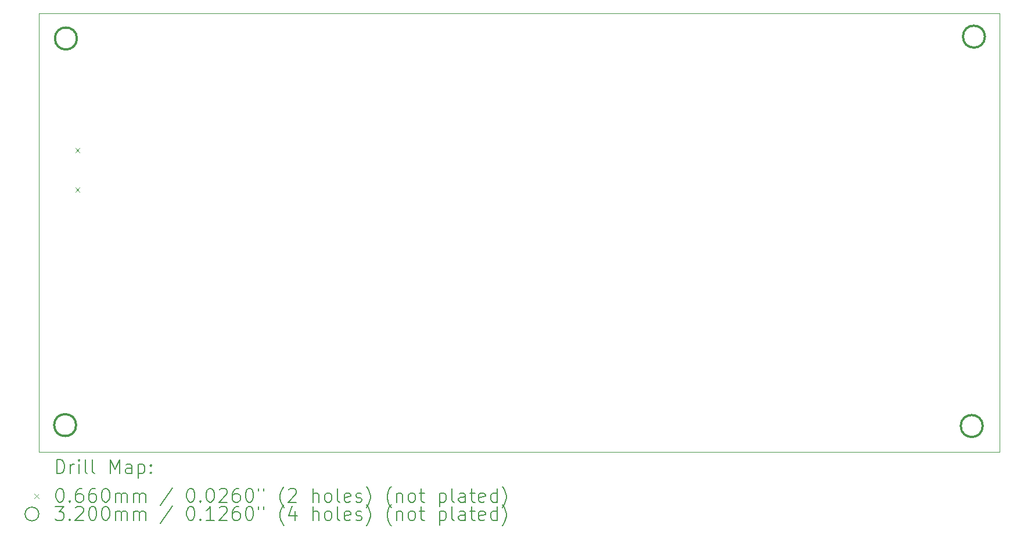
<source format=gbr>
%TF.GenerationSoftware,KiCad,Pcbnew,8.0.6*%
%TF.CreationDate,2025-02-07T02:34:47-05:00*%
%TF.ProjectId,SCAN,5343414e-2e6b-4696-9361-645f70636258,v1.0*%
%TF.SameCoordinates,Original*%
%TF.FileFunction,Drillmap*%
%TF.FilePolarity,Positive*%
%FSLAX45Y45*%
G04 Gerber Fmt 4.5, Leading zero omitted, Abs format (unit mm)*
G04 Created by KiCad (PCBNEW 8.0.6) date 2025-02-07 02:34:47*
%MOMM*%
%LPD*%
G01*
G04 APERTURE LIST*
%ADD10C,0.100000*%
%ADD11C,0.200000*%
%ADD12C,0.320000*%
G04 APERTURE END LIST*
D10*
X5700000Y-6800000D02*
X19700000Y-6800000D01*
X19700000Y-13200000D01*
X5700000Y-13200000D01*
X5700000Y-6800000D01*
D11*
D10*
X6227480Y-8766980D02*
X6293520Y-8833020D01*
X6293520Y-8766980D02*
X6227480Y-8833020D01*
X6227480Y-9344980D02*
X6293520Y-9411020D01*
X6293520Y-9344980D02*
X6227480Y-9411020D01*
D12*
X6239000Y-12812000D02*
G75*
G02*
X5919000Y-12812000I-160000J0D01*
G01*
X5919000Y-12812000D02*
G75*
G02*
X6239000Y-12812000I160000J0D01*
G01*
X6250000Y-7170000D02*
G75*
G02*
X5930000Y-7170000I-160000J0D01*
G01*
X5930000Y-7170000D02*
G75*
G02*
X6250000Y-7170000I160000J0D01*
G01*
X19454000Y-12825000D02*
G75*
G02*
X19134000Y-12825000I-160000J0D01*
G01*
X19134000Y-12825000D02*
G75*
G02*
X19454000Y-12825000I160000J0D01*
G01*
X19486000Y-7143000D02*
G75*
G02*
X19166000Y-7143000I-160000J0D01*
G01*
X19166000Y-7143000D02*
G75*
G02*
X19486000Y-7143000I160000J0D01*
G01*
D11*
X5955777Y-13516484D02*
X5955777Y-13316484D01*
X5955777Y-13316484D02*
X6003396Y-13316484D01*
X6003396Y-13316484D02*
X6031967Y-13326008D01*
X6031967Y-13326008D02*
X6051015Y-13345055D01*
X6051015Y-13345055D02*
X6060539Y-13364103D01*
X6060539Y-13364103D02*
X6070062Y-13402198D01*
X6070062Y-13402198D02*
X6070062Y-13430769D01*
X6070062Y-13430769D02*
X6060539Y-13468865D01*
X6060539Y-13468865D02*
X6051015Y-13487912D01*
X6051015Y-13487912D02*
X6031967Y-13506960D01*
X6031967Y-13506960D02*
X6003396Y-13516484D01*
X6003396Y-13516484D02*
X5955777Y-13516484D01*
X6155777Y-13516484D02*
X6155777Y-13383150D01*
X6155777Y-13421246D02*
X6165301Y-13402198D01*
X6165301Y-13402198D02*
X6174824Y-13392674D01*
X6174824Y-13392674D02*
X6193872Y-13383150D01*
X6193872Y-13383150D02*
X6212920Y-13383150D01*
X6279586Y-13516484D02*
X6279586Y-13383150D01*
X6279586Y-13316484D02*
X6270062Y-13326008D01*
X6270062Y-13326008D02*
X6279586Y-13335531D01*
X6279586Y-13335531D02*
X6289110Y-13326008D01*
X6289110Y-13326008D02*
X6279586Y-13316484D01*
X6279586Y-13316484D02*
X6279586Y-13335531D01*
X6403396Y-13516484D02*
X6384348Y-13506960D01*
X6384348Y-13506960D02*
X6374824Y-13487912D01*
X6374824Y-13487912D02*
X6374824Y-13316484D01*
X6508158Y-13516484D02*
X6489110Y-13506960D01*
X6489110Y-13506960D02*
X6479586Y-13487912D01*
X6479586Y-13487912D02*
X6479586Y-13316484D01*
X6736729Y-13516484D02*
X6736729Y-13316484D01*
X6736729Y-13316484D02*
X6803396Y-13459341D01*
X6803396Y-13459341D02*
X6870062Y-13316484D01*
X6870062Y-13316484D02*
X6870062Y-13516484D01*
X7051015Y-13516484D02*
X7051015Y-13411722D01*
X7051015Y-13411722D02*
X7041491Y-13392674D01*
X7041491Y-13392674D02*
X7022443Y-13383150D01*
X7022443Y-13383150D02*
X6984348Y-13383150D01*
X6984348Y-13383150D02*
X6965301Y-13392674D01*
X7051015Y-13506960D02*
X7031967Y-13516484D01*
X7031967Y-13516484D02*
X6984348Y-13516484D01*
X6984348Y-13516484D02*
X6965301Y-13506960D01*
X6965301Y-13506960D02*
X6955777Y-13487912D01*
X6955777Y-13487912D02*
X6955777Y-13468865D01*
X6955777Y-13468865D02*
X6965301Y-13449817D01*
X6965301Y-13449817D02*
X6984348Y-13440293D01*
X6984348Y-13440293D02*
X7031967Y-13440293D01*
X7031967Y-13440293D02*
X7051015Y-13430769D01*
X7146253Y-13383150D02*
X7146253Y-13583150D01*
X7146253Y-13392674D02*
X7165301Y-13383150D01*
X7165301Y-13383150D02*
X7203396Y-13383150D01*
X7203396Y-13383150D02*
X7222443Y-13392674D01*
X7222443Y-13392674D02*
X7231967Y-13402198D01*
X7231967Y-13402198D02*
X7241491Y-13421246D01*
X7241491Y-13421246D02*
X7241491Y-13478388D01*
X7241491Y-13478388D02*
X7231967Y-13497436D01*
X7231967Y-13497436D02*
X7222443Y-13506960D01*
X7222443Y-13506960D02*
X7203396Y-13516484D01*
X7203396Y-13516484D02*
X7165301Y-13516484D01*
X7165301Y-13516484D02*
X7146253Y-13506960D01*
X7327205Y-13497436D02*
X7336729Y-13506960D01*
X7336729Y-13506960D02*
X7327205Y-13516484D01*
X7327205Y-13516484D02*
X7317682Y-13506960D01*
X7317682Y-13506960D02*
X7327205Y-13497436D01*
X7327205Y-13497436D02*
X7327205Y-13516484D01*
X7327205Y-13392674D02*
X7336729Y-13402198D01*
X7336729Y-13402198D02*
X7327205Y-13411722D01*
X7327205Y-13411722D02*
X7317682Y-13402198D01*
X7317682Y-13402198D02*
X7327205Y-13392674D01*
X7327205Y-13392674D02*
X7327205Y-13411722D01*
D10*
X5628960Y-13811980D02*
X5695000Y-13878020D01*
X5695000Y-13811980D02*
X5628960Y-13878020D01*
D11*
X5993872Y-13736484D02*
X6012920Y-13736484D01*
X6012920Y-13736484D02*
X6031967Y-13746008D01*
X6031967Y-13746008D02*
X6041491Y-13755531D01*
X6041491Y-13755531D02*
X6051015Y-13774579D01*
X6051015Y-13774579D02*
X6060539Y-13812674D01*
X6060539Y-13812674D02*
X6060539Y-13860293D01*
X6060539Y-13860293D02*
X6051015Y-13898388D01*
X6051015Y-13898388D02*
X6041491Y-13917436D01*
X6041491Y-13917436D02*
X6031967Y-13926960D01*
X6031967Y-13926960D02*
X6012920Y-13936484D01*
X6012920Y-13936484D02*
X5993872Y-13936484D01*
X5993872Y-13936484D02*
X5974824Y-13926960D01*
X5974824Y-13926960D02*
X5965301Y-13917436D01*
X5965301Y-13917436D02*
X5955777Y-13898388D01*
X5955777Y-13898388D02*
X5946253Y-13860293D01*
X5946253Y-13860293D02*
X5946253Y-13812674D01*
X5946253Y-13812674D02*
X5955777Y-13774579D01*
X5955777Y-13774579D02*
X5965301Y-13755531D01*
X5965301Y-13755531D02*
X5974824Y-13746008D01*
X5974824Y-13746008D02*
X5993872Y-13736484D01*
X6146253Y-13917436D02*
X6155777Y-13926960D01*
X6155777Y-13926960D02*
X6146253Y-13936484D01*
X6146253Y-13936484D02*
X6136729Y-13926960D01*
X6136729Y-13926960D02*
X6146253Y-13917436D01*
X6146253Y-13917436D02*
X6146253Y-13936484D01*
X6327205Y-13736484D02*
X6289110Y-13736484D01*
X6289110Y-13736484D02*
X6270062Y-13746008D01*
X6270062Y-13746008D02*
X6260539Y-13755531D01*
X6260539Y-13755531D02*
X6241491Y-13784103D01*
X6241491Y-13784103D02*
X6231967Y-13822198D01*
X6231967Y-13822198D02*
X6231967Y-13898388D01*
X6231967Y-13898388D02*
X6241491Y-13917436D01*
X6241491Y-13917436D02*
X6251015Y-13926960D01*
X6251015Y-13926960D02*
X6270062Y-13936484D01*
X6270062Y-13936484D02*
X6308158Y-13936484D01*
X6308158Y-13936484D02*
X6327205Y-13926960D01*
X6327205Y-13926960D02*
X6336729Y-13917436D01*
X6336729Y-13917436D02*
X6346253Y-13898388D01*
X6346253Y-13898388D02*
X6346253Y-13850769D01*
X6346253Y-13850769D02*
X6336729Y-13831722D01*
X6336729Y-13831722D02*
X6327205Y-13822198D01*
X6327205Y-13822198D02*
X6308158Y-13812674D01*
X6308158Y-13812674D02*
X6270062Y-13812674D01*
X6270062Y-13812674D02*
X6251015Y-13822198D01*
X6251015Y-13822198D02*
X6241491Y-13831722D01*
X6241491Y-13831722D02*
X6231967Y-13850769D01*
X6517682Y-13736484D02*
X6479586Y-13736484D01*
X6479586Y-13736484D02*
X6460539Y-13746008D01*
X6460539Y-13746008D02*
X6451015Y-13755531D01*
X6451015Y-13755531D02*
X6431967Y-13784103D01*
X6431967Y-13784103D02*
X6422443Y-13822198D01*
X6422443Y-13822198D02*
X6422443Y-13898388D01*
X6422443Y-13898388D02*
X6431967Y-13917436D01*
X6431967Y-13917436D02*
X6441491Y-13926960D01*
X6441491Y-13926960D02*
X6460539Y-13936484D01*
X6460539Y-13936484D02*
X6498634Y-13936484D01*
X6498634Y-13936484D02*
X6517682Y-13926960D01*
X6517682Y-13926960D02*
X6527205Y-13917436D01*
X6527205Y-13917436D02*
X6536729Y-13898388D01*
X6536729Y-13898388D02*
X6536729Y-13850769D01*
X6536729Y-13850769D02*
X6527205Y-13831722D01*
X6527205Y-13831722D02*
X6517682Y-13822198D01*
X6517682Y-13822198D02*
X6498634Y-13812674D01*
X6498634Y-13812674D02*
X6460539Y-13812674D01*
X6460539Y-13812674D02*
X6441491Y-13822198D01*
X6441491Y-13822198D02*
X6431967Y-13831722D01*
X6431967Y-13831722D02*
X6422443Y-13850769D01*
X6660539Y-13736484D02*
X6679586Y-13736484D01*
X6679586Y-13736484D02*
X6698634Y-13746008D01*
X6698634Y-13746008D02*
X6708158Y-13755531D01*
X6708158Y-13755531D02*
X6717682Y-13774579D01*
X6717682Y-13774579D02*
X6727205Y-13812674D01*
X6727205Y-13812674D02*
X6727205Y-13860293D01*
X6727205Y-13860293D02*
X6717682Y-13898388D01*
X6717682Y-13898388D02*
X6708158Y-13917436D01*
X6708158Y-13917436D02*
X6698634Y-13926960D01*
X6698634Y-13926960D02*
X6679586Y-13936484D01*
X6679586Y-13936484D02*
X6660539Y-13936484D01*
X6660539Y-13936484D02*
X6641491Y-13926960D01*
X6641491Y-13926960D02*
X6631967Y-13917436D01*
X6631967Y-13917436D02*
X6622443Y-13898388D01*
X6622443Y-13898388D02*
X6612920Y-13860293D01*
X6612920Y-13860293D02*
X6612920Y-13812674D01*
X6612920Y-13812674D02*
X6622443Y-13774579D01*
X6622443Y-13774579D02*
X6631967Y-13755531D01*
X6631967Y-13755531D02*
X6641491Y-13746008D01*
X6641491Y-13746008D02*
X6660539Y-13736484D01*
X6812920Y-13936484D02*
X6812920Y-13803150D01*
X6812920Y-13822198D02*
X6822443Y-13812674D01*
X6822443Y-13812674D02*
X6841491Y-13803150D01*
X6841491Y-13803150D02*
X6870063Y-13803150D01*
X6870063Y-13803150D02*
X6889110Y-13812674D01*
X6889110Y-13812674D02*
X6898634Y-13831722D01*
X6898634Y-13831722D02*
X6898634Y-13936484D01*
X6898634Y-13831722D02*
X6908158Y-13812674D01*
X6908158Y-13812674D02*
X6927205Y-13803150D01*
X6927205Y-13803150D02*
X6955777Y-13803150D01*
X6955777Y-13803150D02*
X6974824Y-13812674D01*
X6974824Y-13812674D02*
X6984348Y-13831722D01*
X6984348Y-13831722D02*
X6984348Y-13936484D01*
X7079586Y-13936484D02*
X7079586Y-13803150D01*
X7079586Y-13822198D02*
X7089110Y-13812674D01*
X7089110Y-13812674D02*
X7108158Y-13803150D01*
X7108158Y-13803150D02*
X7136729Y-13803150D01*
X7136729Y-13803150D02*
X7155777Y-13812674D01*
X7155777Y-13812674D02*
X7165301Y-13831722D01*
X7165301Y-13831722D02*
X7165301Y-13936484D01*
X7165301Y-13831722D02*
X7174824Y-13812674D01*
X7174824Y-13812674D02*
X7193872Y-13803150D01*
X7193872Y-13803150D02*
X7222443Y-13803150D01*
X7222443Y-13803150D02*
X7241491Y-13812674D01*
X7241491Y-13812674D02*
X7251015Y-13831722D01*
X7251015Y-13831722D02*
X7251015Y-13936484D01*
X7641491Y-13726960D02*
X7470063Y-13984103D01*
X7898634Y-13736484D02*
X7917682Y-13736484D01*
X7917682Y-13736484D02*
X7936729Y-13746008D01*
X7936729Y-13746008D02*
X7946253Y-13755531D01*
X7946253Y-13755531D02*
X7955777Y-13774579D01*
X7955777Y-13774579D02*
X7965301Y-13812674D01*
X7965301Y-13812674D02*
X7965301Y-13860293D01*
X7965301Y-13860293D02*
X7955777Y-13898388D01*
X7955777Y-13898388D02*
X7946253Y-13917436D01*
X7946253Y-13917436D02*
X7936729Y-13926960D01*
X7936729Y-13926960D02*
X7917682Y-13936484D01*
X7917682Y-13936484D02*
X7898634Y-13936484D01*
X7898634Y-13936484D02*
X7879586Y-13926960D01*
X7879586Y-13926960D02*
X7870063Y-13917436D01*
X7870063Y-13917436D02*
X7860539Y-13898388D01*
X7860539Y-13898388D02*
X7851015Y-13860293D01*
X7851015Y-13860293D02*
X7851015Y-13812674D01*
X7851015Y-13812674D02*
X7860539Y-13774579D01*
X7860539Y-13774579D02*
X7870063Y-13755531D01*
X7870063Y-13755531D02*
X7879586Y-13746008D01*
X7879586Y-13746008D02*
X7898634Y-13736484D01*
X8051015Y-13917436D02*
X8060539Y-13926960D01*
X8060539Y-13926960D02*
X8051015Y-13936484D01*
X8051015Y-13936484D02*
X8041491Y-13926960D01*
X8041491Y-13926960D02*
X8051015Y-13917436D01*
X8051015Y-13917436D02*
X8051015Y-13936484D01*
X8184348Y-13736484D02*
X8203396Y-13736484D01*
X8203396Y-13736484D02*
X8222444Y-13746008D01*
X8222444Y-13746008D02*
X8231967Y-13755531D01*
X8231967Y-13755531D02*
X8241491Y-13774579D01*
X8241491Y-13774579D02*
X8251015Y-13812674D01*
X8251015Y-13812674D02*
X8251015Y-13860293D01*
X8251015Y-13860293D02*
X8241491Y-13898388D01*
X8241491Y-13898388D02*
X8231967Y-13917436D01*
X8231967Y-13917436D02*
X8222444Y-13926960D01*
X8222444Y-13926960D02*
X8203396Y-13936484D01*
X8203396Y-13936484D02*
X8184348Y-13936484D01*
X8184348Y-13936484D02*
X8165301Y-13926960D01*
X8165301Y-13926960D02*
X8155777Y-13917436D01*
X8155777Y-13917436D02*
X8146253Y-13898388D01*
X8146253Y-13898388D02*
X8136729Y-13860293D01*
X8136729Y-13860293D02*
X8136729Y-13812674D01*
X8136729Y-13812674D02*
X8146253Y-13774579D01*
X8146253Y-13774579D02*
X8155777Y-13755531D01*
X8155777Y-13755531D02*
X8165301Y-13746008D01*
X8165301Y-13746008D02*
X8184348Y-13736484D01*
X8327206Y-13755531D02*
X8336729Y-13746008D01*
X8336729Y-13746008D02*
X8355777Y-13736484D01*
X8355777Y-13736484D02*
X8403396Y-13736484D01*
X8403396Y-13736484D02*
X8422444Y-13746008D01*
X8422444Y-13746008D02*
X8431968Y-13755531D01*
X8431968Y-13755531D02*
X8441491Y-13774579D01*
X8441491Y-13774579D02*
X8441491Y-13793627D01*
X8441491Y-13793627D02*
X8431968Y-13822198D01*
X8431968Y-13822198D02*
X8317682Y-13936484D01*
X8317682Y-13936484D02*
X8441491Y-13936484D01*
X8612920Y-13736484D02*
X8574825Y-13736484D01*
X8574825Y-13736484D02*
X8555777Y-13746008D01*
X8555777Y-13746008D02*
X8546253Y-13755531D01*
X8546253Y-13755531D02*
X8527206Y-13784103D01*
X8527206Y-13784103D02*
X8517682Y-13822198D01*
X8517682Y-13822198D02*
X8517682Y-13898388D01*
X8517682Y-13898388D02*
X8527206Y-13917436D01*
X8527206Y-13917436D02*
X8536729Y-13926960D01*
X8536729Y-13926960D02*
X8555777Y-13936484D01*
X8555777Y-13936484D02*
X8593872Y-13936484D01*
X8593872Y-13936484D02*
X8612920Y-13926960D01*
X8612920Y-13926960D02*
X8622444Y-13917436D01*
X8622444Y-13917436D02*
X8631968Y-13898388D01*
X8631968Y-13898388D02*
X8631968Y-13850769D01*
X8631968Y-13850769D02*
X8622444Y-13831722D01*
X8622444Y-13831722D02*
X8612920Y-13822198D01*
X8612920Y-13822198D02*
X8593872Y-13812674D01*
X8593872Y-13812674D02*
X8555777Y-13812674D01*
X8555777Y-13812674D02*
X8536729Y-13822198D01*
X8536729Y-13822198D02*
X8527206Y-13831722D01*
X8527206Y-13831722D02*
X8517682Y-13850769D01*
X8755777Y-13736484D02*
X8774825Y-13736484D01*
X8774825Y-13736484D02*
X8793872Y-13746008D01*
X8793872Y-13746008D02*
X8803396Y-13755531D01*
X8803396Y-13755531D02*
X8812920Y-13774579D01*
X8812920Y-13774579D02*
X8822444Y-13812674D01*
X8822444Y-13812674D02*
X8822444Y-13860293D01*
X8822444Y-13860293D02*
X8812920Y-13898388D01*
X8812920Y-13898388D02*
X8803396Y-13917436D01*
X8803396Y-13917436D02*
X8793872Y-13926960D01*
X8793872Y-13926960D02*
X8774825Y-13936484D01*
X8774825Y-13936484D02*
X8755777Y-13936484D01*
X8755777Y-13936484D02*
X8736729Y-13926960D01*
X8736729Y-13926960D02*
X8727206Y-13917436D01*
X8727206Y-13917436D02*
X8717682Y-13898388D01*
X8717682Y-13898388D02*
X8708158Y-13860293D01*
X8708158Y-13860293D02*
X8708158Y-13812674D01*
X8708158Y-13812674D02*
X8717682Y-13774579D01*
X8717682Y-13774579D02*
X8727206Y-13755531D01*
X8727206Y-13755531D02*
X8736729Y-13746008D01*
X8736729Y-13746008D02*
X8755777Y-13736484D01*
X8898634Y-13736484D02*
X8898634Y-13774579D01*
X8974825Y-13736484D02*
X8974825Y-13774579D01*
X9270063Y-14012674D02*
X9260539Y-14003150D01*
X9260539Y-14003150D02*
X9241491Y-13974579D01*
X9241491Y-13974579D02*
X9231968Y-13955531D01*
X9231968Y-13955531D02*
X9222444Y-13926960D01*
X9222444Y-13926960D02*
X9212920Y-13879341D01*
X9212920Y-13879341D02*
X9212920Y-13841246D01*
X9212920Y-13841246D02*
X9222444Y-13793627D01*
X9222444Y-13793627D02*
X9231968Y-13765055D01*
X9231968Y-13765055D02*
X9241491Y-13746008D01*
X9241491Y-13746008D02*
X9260539Y-13717436D01*
X9260539Y-13717436D02*
X9270063Y-13707912D01*
X9336730Y-13755531D02*
X9346253Y-13746008D01*
X9346253Y-13746008D02*
X9365301Y-13736484D01*
X9365301Y-13736484D02*
X9412920Y-13736484D01*
X9412920Y-13736484D02*
X9431968Y-13746008D01*
X9431968Y-13746008D02*
X9441491Y-13755531D01*
X9441491Y-13755531D02*
X9451015Y-13774579D01*
X9451015Y-13774579D02*
X9451015Y-13793627D01*
X9451015Y-13793627D02*
X9441491Y-13822198D01*
X9441491Y-13822198D02*
X9327206Y-13936484D01*
X9327206Y-13936484D02*
X9451015Y-13936484D01*
X9689111Y-13936484D02*
X9689111Y-13736484D01*
X9774825Y-13936484D02*
X9774825Y-13831722D01*
X9774825Y-13831722D02*
X9765301Y-13812674D01*
X9765301Y-13812674D02*
X9746253Y-13803150D01*
X9746253Y-13803150D02*
X9717682Y-13803150D01*
X9717682Y-13803150D02*
X9698634Y-13812674D01*
X9698634Y-13812674D02*
X9689111Y-13822198D01*
X9898634Y-13936484D02*
X9879587Y-13926960D01*
X9879587Y-13926960D02*
X9870063Y-13917436D01*
X9870063Y-13917436D02*
X9860539Y-13898388D01*
X9860539Y-13898388D02*
X9860539Y-13841246D01*
X9860539Y-13841246D02*
X9870063Y-13822198D01*
X9870063Y-13822198D02*
X9879587Y-13812674D01*
X9879587Y-13812674D02*
X9898634Y-13803150D01*
X9898634Y-13803150D02*
X9927206Y-13803150D01*
X9927206Y-13803150D02*
X9946253Y-13812674D01*
X9946253Y-13812674D02*
X9955777Y-13822198D01*
X9955777Y-13822198D02*
X9965301Y-13841246D01*
X9965301Y-13841246D02*
X9965301Y-13898388D01*
X9965301Y-13898388D02*
X9955777Y-13917436D01*
X9955777Y-13917436D02*
X9946253Y-13926960D01*
X9946253Y-13926960D02*
X9927206Y-13936484D01*
X9927206Y-13936484D02*
X9898634Y-13936484D01*
X10079587Y-13936484D02*
X10060539Y-13926960D01*
X10060539Y-13926960D02*
X10051015Y-13907912D01*
X10051015Y-13907912D02*
X10051015Y-13736484D01*
X10231968Y-13926960D02*
X10212920Y-13936484D01*
X10212920Y-13936484D02*
X10174825Y-13936484D01*
X10174825Y-13936484D02*
X10155777Y-13926960D01*
X10155777Y-13926960D02*
X10146253Y-13907912D01*
X10146253Y-13907912D02*
X10146253Y-13831722D01*
X10146253Y-13831722D02*
X10155777Y-13812674D01*
X10155777Y-13812674D02*
X10174825Y-13803150D01*
X10174825Y-13803150D02*
X10212920Y-13803150D01*
X10212920Y-13803150D02*
X10231968Y-13812674D01*
X10231968Y-13812674D02*
X10241492Y-13831722D01*
X10241492Y-13831722D02*
X10241492Y-13850769D01*
X10241492Y-13850769D02*
X10146253Y-13869817D01*
X10317682Y-13926960D02*
X10336730Y-13936484D01*
X10336730Y-13936484D02*
X10374825Y-13936484D01*
X10374825Y-13936484D02*
X10393873Y-13926960D01*
X10393873Y-13926960D02*
X10403396Y-13907912D01*
X10403396Y-13907912D02*
X10403396Y-13898388D01*
X10403396Y-13898388D02*
X10393873Y-13879341D01*
X10393873Y-13879341D02*
X10374825Y-13869817D01*
X10374825Y-13869817D02*
X10346253Y-13869817D01*
X10346253Y-13869817D02*
X10327206Y-13860293D01*
X10327206Y-13860293D02*
X10317682Y-13841246D01*
X10317682Y-13841246D02*
X10317682Y-13831722D01*
X10317682Y-13831722D02*
X10327206Y-13812674D01*
X10327206Y-13812674D02*
X10346253Y-13803150D01*
X10346253Y-13803150D02*
X10374825Y-13803150D01*
X10374825Y-13803150D02*
X10393873Y-13812674D01*
X10470063Y-14012674D02*
X10479587Y-14003150D01*
X10479587Y-14003150D02*
X10498634Y-13974579D01*
X10498634Y-13974579D02*
X10508158Y-13955531D01*
X10508158Y-13955531D02*
X10517682Y-13926960D01*
X10517682Y-13926960D02*
X10527206Y-13879341D01*
X10527206Y-13879341D02*
X10527206Y-13841246D01*
X10527206Y-13841246D02*
X10517682Y-13793627D01*
X10517682Y-13793627D02*
X10508158Y-13765055D01*
X10508158Y-13765055D02*
X10498634Y-13746008D01*
X10498634Y-13746008D02*
X10479587Y-13717436D01*
X10479587Y-13717436D02*
X10470063Y-13707912D01*
X10831968Y-14012674D02*
X10822444Y-14003150D01*
X10822444Y-14003150D02*
X10803396Y-13974579D01*
X10803396Y-13974579D02*
X10793873Y-13955531D01*
X10793873Y-13955531D02*
X10784349Y-13926960D01*
X10784349Y-13926960D02*
X10774825Y-13879341D01*
X10774825Y-13879341D02*
X10774825Y-13841246D01*
X10774825Y-13841246D02*
X10784349Y-13793627D01*
X10784349Y-13793627D02*
X10793873Y-13765055D01*
X10793873Y-13765055D02*
X10803396Y-13746008D01*
X10803396Y-13746008D02*
X10822444Y-13717436D01*
X10822444Y-13717436D02*
X10831968Y-13707912D01*
X10908158Y-13803150D02*
X10908158Y-13936484D01*
X10908158Y-13822198D02*
X10917682Y-13812674D01*
X10917682Y-13812674D02*
X10936730Y-13803150D01*
X10936730Y-13803150D02*
X10965301Y-13803150D01*
X10965301Y-13803150D02*
X10984349Y-13812674D01*
X10984349Y-13812674D02*
X10993873Y-13831722D01*
X10993873Y-13831722D02*
X10993873Y-13936484D01*
X11117682Y-13936484D02*
X11098634Y-13926960D01*
X11098634Y-13926960D02*
X11089111Y-13917436D01*
X11089111Y-13917436D02*
X11079587Y-13898388D01*
X11079587Y-13898388D02*
X11079587Y-13841246D01*
X11079587Y-13841246D02*
X11089111Y-13822198D01*
X11089111Y-13822198D02*
X11098634Y-13812674D01*
X11098634Y-13812674D02*
X11117682Y-13803150D01*
X11117682Y-13803150D02*
X11146254Y-13803150D01*
X11146254Y-13803150D02*
X11165301Y-13812674D01*
X11165301Y-13812674D02*
X11174825Y-13822198D01*
X11174825Y-13822198D02*
X11184349Y-13841246D01*
X11184349Y-13841246D02*
X11184349Y-13898388D01*
X11184349Y-13898388D02*
X11174825Y-13917436D01*
X11174825Y-13917436D02*
X11165301Y-13926960D01*
X11165301Y-13926960D02*
X11146254Y-13936484D01*
X11146254Y-13936484D02*
X11117682Y-13936484D01*
X11241492Y-13803150D02*
X11317682Y-13803150D01*
X11270063Y-13736484D02*
X11270063Y-13907912D01*
X11270063Y-13907912D02*
X11279587Y-13926960D01*
X11279587Y-13926960D02*
X11298634Y-13936484D01*
X11298634Y-13936484D02*
X11317682Y-13936484D01*
X11536730Y-13803150D02*
X11536730Y-14003150D01*
X11536730Y-13812674D02*
X11555777Y-13803150D01*
X11555777Y-13803150D02*
X11593873Y-13803150D01*
X11593873Y-13803150D02*
X11612920Y-13812674D01*
X11612920Y-13812674D02*
X11622444Y-13822198D01*
X11622444Y-13822198D02*
X11631968Y-13841246D01*
X11631968Y-13841246D02*
X11631968Y-13898388D01*
X11631968Y-13898388D02*
X11622444Y-13917436D01*
X11622444Y-13917436D02*
X11612920Y-13926960D01*
X11612920Y-13926960D02*
X11593873Y-13936484D01*
X11593873Y-13936484D02*
X11555777Y-13936484D01*
X11555777Y-13936484D02*
X11536730Y-13926960D01*
X11746253Y-13936484D02*
X11727206Y-13926960D01*
X11727206Y-13926960D02*
X11717682Y-13907912D01*
X11717682Y-13907912D02*
X11717682Y-13736484D01*
X11908158Y-13936484D02*
X11908158Y-13831722D01*
X11908158Y-13831722D02*
X11898634Y-13812674D01*
X11898634Y-13812674D02*
X11879587Y-13803150D01*
X11879587Y-13803150D02*
X11841492Y-13803150D01*
X11841492Y-13803150D02*
X11822444Y-13812674D01*
X11908158Y-13926960D02*
X11889111Y-13936484D01*
X11889111Y-13936484D02*
X11841492Y-13936484D01*
X11841492Y-13936484D02*
X11822444Y-13926960D01*
X11822444Y-13926960D02*
X11812920Y-13907912D01*
X11812920Y-13907912D02*
X11812920Y-13888865D01*
X11812920Y-13888865D02*
X11822444Y-13869817D01*
X11822444Y-13869817D02*
X11841492Y-13860293D01*
X11841492Y-13860293D02*
X11889111Y-13860293D01*
X11889111Y-13860293D02*
X11908158Y-13850769D01*
X11974825Y-13803150D02*
X12051015Y-13803150D01*
X12003396Y-13736484D02*
X12003396Y-13907912D01*
X12003396Y-13907912D02*
X12012920Y-13926960D01*
X12012920Y-13926960D02*
X12031968Y-13936484D01*
X12031968Y-13936484D02*
X12051015Y-13936484D01*
X12193873Y-13926960D02*
X12174825Y-13936484D01*
X12174825Y-13936484D02*
X12136730Y-13936484D01*
X12136730Y-13936484D02*
X12117682Y-13926960D01*
X12117682Y-13926960D02*
X12108158Y-13907912D01*
X12108158Y-13907912D02*
X12108158Y-13831722D01*
X12108158Y-13831722D02*
X12117682Y-13812674D01*
X12117682Y-13812674D02*
X12136730Y-13803150D01*
X12136730Y-13803150D02*
X12174825Y-13803150D01*
X12174825Y-13803150D02*
X12193873Y-13812674D01*
X12193873Y-13812674D02*
X12203396Y-13831722D01*
X12203396Y-13831722D02*
X12203396Y-13850769D01*
X12203396Y-13850769D02*
X12108158Y-13869817D01*
X12374825Y-13936484D02*
X12374825Y-13736484D01*
X12374825Y-13926960D02*
X12355777Y-13936484D01*
X12355777Y-13936484D02*
X12317682Y-13936484D01*
X12317682Y-13936484D02*
X12298634Y-13926960D01*
X12298634Y-13926960D02*
X12289111Y-13917436D01*
X12289111Y-13917436D02*
X12279587Y-13898388D01*
X12279587Y-13898388D02*
X12279587Y-13841246D01*
X12279587Y-13841246D02*
X12289111Y-13822198D01*
X12289111Y-13822198D02*
X12298634Y-13812674D01*
X12298634Y-13812674D02*
X12317682Y-13803150D01*
X12317682Y-13803150D02*
X12355777Y-13803150D01*
X12355777Y-13803150D02*
X12374825Y-13812674D01*
X12451015Y-14012674D02*
X12460539Y-14003150D01*
X12460539Y-14003150D02*
X12479587Y-13974579D01*
X12479587Y-13974579D02*
X12489111Y-13955531D01*
X12489111Y-13955531D02*
X12498634Y-13926960D01*
X12498634Y-13926960D02*
X12508158Y-13879341D01*
X12508158Y-13879341D02*
X12508158Y-13841246D01*
X12508158Y-13841246D02*
X12498634Y-13793627D01*
X12498634Y-13793627D02*
X12489111Y-13765055D01*
X12489111Y-13765055D02*
X12479587Y-13746008D01*
X12479587Y-13746008D02*
X12460539Y-13717436D01*
X12460539Y-13717436D02*
X12451015Y-13707912D01*
X5695000Y-14109000D02*
G75*
G02*
X5495000Y-14109000I-100000J0D01*
G01*
X5495000Y-14109000D02*
G75*
G02*
X5695000Y-14109000I100000J0D01*
G01*
X5936729Y-14000484D02*
X6060539Y-14000484D01*
X6060539Y-14000484D02*
X5993872Y-14076674D01*
X5993872Y-14076674D02*
X6022443Y-14076674D01*
X6022443Y-14076674D02*
X6041491Y-14086198D01*
X6041491Y-14086198D02*
X6051015Y-14095722D01*
X6051015Y-14095722D02*
X6060539Y-14114769D01*
X6060539Y-14114769D02*
X6060539Y-14162388D01*
X6060539Y-14162388D02*
X6051015Y-14181436D01*
X6051015Y-14181436D02*
X6041491Y-14190960D01*
X6041491Y-14190960D02*
X6022443Y-14200484D01*
X6022443Y-14200484D02*
X5965301Y-14200484D01*
X5965301Y-14200484D02*
X5946253Y-14190960D01*
X5946253Y-14190960D02*
X5936729Y-14181436D01*
X6146253Y-14181436D02*
X6155777Y-14190960D01*
X6155777Y-14190960D02*
X6146253Y-14200484D01*
X6146253Y-14200484D02*
X6136729Y-14190960D01*
X6136729Y-14190960D02*
X6146253Y-14181436D01*
X6146253Y-14181436D02*
X6146253Y-14200484D01*
X6231967Y-14019531D02*
X6241491Y-14010008D01*
X6241491Y-14010008D02*
X6260539Y-14000484D01*
X6260539Y-14000484D02*
X6308158Y-14000484D01*
X6308158Y-14000484D02*
X6327205Y-14010008D01*
X6327205Y-14010008D02*
X6336729Y-14019531D01*
X6336729Y-14019531D02*
X6346253Y-14038579D01*
X6346253Y-14038579D02*
X6346253Y-14057627D01*
X6346253Y-14057627D02*
X6336729Y-14086198D01*
X6336729Y-14086198D02*
X6222443Y-14200484D01*
X6222443Y-14200484D02*
X6346253Y-14200484D01*
X6470062Y-14000484D02*
X6489110Y-14000484D01*
X6489110Y-14000484D02*
X6508158Y-14010008D01*
X6508158Y-14010008D02*
X6517682Y-14019531D01*
X6517682Y-14019531D02*
X6527205Y-14038579D01*
X6527205Y-14038579D02*
X6536729Y-14076674D01*
X6536729Y-14076674D02*
X6536729Y-14124293D01*
X6536729Y-14124293D02*
X6527205Y-14162388D01*
X6527205Y-14162388D02*
X6517682Y-14181436D01*
X6517682Y-14181436D02*
X6508158Y-14190960D01*
X6508158Y-14190960D02*
X6489110Y-14200484D01*
X6489110Y-14200484D02*
X6470062Y-14200484D01*
X6470062Y-14200484D02*
X6451015Y-14190960D01*
X6451015Y-14190960D02*
X6441491Y-14181436D01*
X6441491Y-14181436D02*
X6431967Y-14162388D01*
X6431967Y-14162388D02*
X6422443Y-14124293D01*
X6422443Y-14124293D02*
X6422443Y-14076674D01*
X6422443Y-14076674D02*
X6431967Y-14038579D01*
X6431967Y-14038579D02*
X6441491Y-14019531D01*
X6441491Y-14019531D02*
X6451015Y-14010008D01*
X6451015Y-14010008D02*
X6470062Y-14000484D01*
X6660539Y-14000484D02*
X6679586Y-14000484D01*
X6679586Y-14000484D02*
X6698634Y-14010008D01*
X6698634Y-14010008D02*
X6708158Y-14019531D01*
X6708158Y-14019531D02*
X6717682Y-14038579D01*
X6717682Y-14038579D02*
X6727205Y-14076674D01*
X6727205Y-14076674D02*
X6727205Y-14124293D01*
X6727205Y-14124293D02*
X6717682Y-14162388D01*
X6717682Y-14162388D02*
X6708158Y-14181436D01*
X6708158Y-14181436D02*
X6698634Y-14190960D01*
X6698634Y-14190960D02*
X6679586Y-14200484D01*
X6679586Y-14200484D02*
X6660539Y-14200484D01*
X6660539Y-14200484D02*
X6641491Y-14190960D01*
X6641491Y-14190960D02*
X6631967Y-14181436D01*
X6631967Y-14181436D02*
X6622443Y-14162388D01*
X6622443Y-14162388D02*
X6612920Y-14124293D01*
X6612920Y-14124293D02*
X6612920Y-14076674D01*
X6612920Y-14076674D02*
X6622443Y-14038579D01*
X6622443Y-14038579D02*
X6631967Y-14019531D01*
X6631967Y-14019531D02*
X6641491Y-14010008D01*
X6641491Y-14010008D02*
X6660539Y-14000484D01*
X6812920Y-14200484D02*
X6812920Y-14067150D01*
X6812920Y-14086198D02*
X6822443Y-14076674D01*
X6822443Y-14076674D02*
X6841491Y-14067150D01*
X6841491Y-14067150D02*
X6870063Y-14067150D01*
X6870063Y-14067150D02*
X6889110Y-14076674D01*
X6889110Y-14076674D02*
X6898634Y-14095722D01*
X6898634Y-14095722D02*
X6898634Y-14200484D01*
X6898634Y-14095722D02*
X6908158Y-14076674D01*
X6908158Y-14076674D02*
X6927205Y-14067150D01*
X6927205Y-14067150D02*
X6955777Y-14067150D01*
X6955777Y-14067150D02*
X6974824Y-14076674D01*
X6974824Y-14076674D02*
X6984348Y-14095722D01*
X6984348Y-14095722D02*
X6984348Y-14200484D01*
X7079586Y-14200484D02*
X7079586Y-14067150D01*
X7079586Y-14086198D02*
X7089110Y-14076674D01*
X7089110Y-14076674D02*
X7108158Y-14067150D01*
X7108158Y-14067150D02*
X7136729Y-14067150D01*
X7136729Y-14067150D02*
X7155777Y-14076674D01*
X7155777Y-14076674D02*
X7165301Y-14095722D01*
X7165301Y-14095722D02*
X7165301Y-14200484D01*
X7165301Y-14095722D02*
X7174824Y-14076674D01*
X7174824Y-14076674D02*
X7193872Y-14067150D01*
X7193872Y-14067150D02*
X7222443Y-14067150D01*
X7222443Y-14067150D02*
X7241491Y-14076674D01*
X7241491Y-14076674D02*
X7251015Y-14095722D01*
X7251015Y-14095722D02*
X7251015Y-14200484D01*
X7641491Y-13990960D02*
X7470063Y-14248103D01*
X7898634Y-14000484D02*
X7917682Y-14000484D01*
X7917682Y-14000484D02*
X7936729Y-14010008D01*
X7936729Y-14010008D02*
X7946253Y-14019531D01*
X7946253Y-14019531D02*
X7955777Y-14038579D01*
X7955777Y-14038579D02*
X7965301Y-14076674D01*
X7965301Y-14076674D02*
X7965301Y-14124293D01*
X7965301Y-14124293D02*
X7955777Y-14162388D01*
X7955777Y-14162388D02*
X7946253Y-14181436D01*
X7946253Y-14181436D02*
X7936729Y-14190960D01*
X7936729Y-14190960D02*
X7917682Y-14200484D01*
X7917682Y-14200484D02*
X7898634Y-14200484D01*
X7898634Y-14200484D02*
X7879586Y-14190960D01*
X7879586Y-14190960D02*
X7870063Y-14181436D01*
X7870063Y-14181436D02*
X7860539Y-14162388D01*
X7860539Y-14162388D02*
X7851015Y-14124293D01*
X7851015Y-14124293D02*
X7851015Y-14076674D01*
X7851015Y-14076674D02*
X7860539Y-14038579D01*
X7860539Y-14038579D02*
X7870063Y-14019531D01*
X7870063Y-14019531D02*
X7879586Y-14010008D01*
X7879586Y-14010008D02*
X7898634Y-14000484D01*
X8051015Y-14181436D02*
X8060539Y-14190960D01*
X8060539Y-14190960D02*
X8051015Y-14200484D01*
X8051015Y-14200484D02*
X8041491Y-14190960D01*
X8041491Y-14190960D02*
X8051015Y-14181436D01*
X8051015Y-14181436D02*
X8051015Y-14200484D01*
X8251015Y-14200484D02*
X8136729Y-14200484D01*
X8193872Y-14200484D02*
X8193872Y-14000484D01*
X8193872Y-14000484D02*
X8174825Y-14029055D01*
X8174825Y-14029055D02*
X8155777Y-14048103D01*
X8155777Y-14048103D02*
X8136729Y-14057627D01*
X8327206Y-14019531D02*
X8336729Y-14010008D01*
X8336729Y-14010008D02*
X8355777Y-14000484D01*
X8355777Y-14000484D02*
X8403396Y-14000484D01*
X8403396Y-14000484D02*
X8422444Y-14010008D01*
X8422444Y-14010008D02*
X8431968Y-14019531D01*
X8431968Y-14019531D02*
X8441491Y-14038579D01*
X8441491Y-14038579D02*
X8441491Y-14057627D01*
X8441491Y-14057627D02*
X8431968Y-14086198D01*
X8431968Y-14086198D02*
X8317682Y-14200484D01*
X8317682Y-14200484D02*
X8441491Y-14200484D01*
X8612920Y-14000484D02*
X8574825Y-14000484D01*
X8574825Y-14000484D02*
X8555777Y-14010008D01*
X8555777Y-14010008D02*
X8546253Y-14019531D01*
X8546253Y-14019531D02*
X8527206Y-14048103D01*
X8527206Y-14048103D02*
X8517682Y-14086198D01*
X8517682Y-14086198D02*
X8517682Y-14162388D01*
X8517682Y-14162388D02*
X8527206Y-14181436D01*
X8527206Y-14181436D02*
X8536729Y-14190960D01*
X8536729Y-14190960D02*
X8555777Y-14200484D01*
X8555777Y-14200484D02*
X8593872Y-14200484D01*
X8593872Y-14200484D02*
X8612920Y-14190960D01*
X8612920Y-14190960D02*
X8622444Y-14181436D01*
X8622444Y-14181436D02*
X8631968Y-14162388D01*
X8631968Y-14162388D02*
X8631968Y-14114769D01*
X8631968Y-14114769D02*
X8622444Y-14095722D01*
X8622444Y-14095722D02*
X8612920Y-14086198D01*
X8612920Y-14086198D02*
X8593872Y-14076674D01*
X8593872Y-14076674D02*
X8555777Y-14076674D01*
X8555777Y-14076674D02*
X8536729Y-14086198D01*
X8536729Y-14086198D02*
X8527206Y-14095722D01*
X8527206Y-14095722D02*
X8517682Y-14114769D01*
X8755777Y-14000484D02*
X8774825Y-14000484D01*
X8774825Y-14000484D02*
X8793872Y-14010008D01*
X8793872Y-14010008D02*
X8803396Y-14019531D01*
X8803396Y-14019531D02*
X8812920Y-14038579D01*
X8812920Y-14038579D02*
X8822444Y-14076674D01*
X8822444Y-14076674D02*
X8822444Y-14124293D01*
X8822444Y-14124293D02*
X8812920Y-14162388D01*
X8812920Y-14162388D02*
X8803396Y-14181436D01*
X8803396Y-14181436D02*
X8793872Y-14190960D01*
X8793872Y-14190960D02*
X8774825Y-14200484D01*
X8774825Y-14200484D02*
X8755777Y-14200484D01*
X8755777Y-14200484D02*
X8736729Y-14190960D01*
X8736729Y-14190960D02*
X8727206Y-14181436D01*
X8727206Y-14181436D02*
X8717682Y-14162388D01*
X8717682Y-14162388D02*
X8708158Y-14124293D01*
X8708158Y-14124293D02*
X8708158Y-14076674D01*
X8708158Y-14076674D02*
X8717682Y-14038579D01*
X8717682Y-14038579D02*
X8727206Y-14019531D01*
X8727206Y-14019531D02*
X8736729Y-14010008D01*
X8736729Y-14010008D02*
X8755777Y-14000484D01*
X8898634Y-14000484D02*
X8898634Y-14038579D01*
X8974825Y-14000484D02*
X8974825Y-14038579D01*
X9270063Y-14276674D02*
X9260539Y-14267150D01*
X9260539Y-14267150D02*
X9241491Y-14238579D01*
X9241491Y-14238579D02*
X9231968Y-14219531D01*
X9231968Y-14219531D02*
X9222444Y-14190960D01*
X9222444Y-14190960D02*
X9212920Y-14143341D01*
X9212920Y-14143341D02*
X9212920Y-14105246D01*
X9212920Y-14105246D02*
X9222444Y-14057627D01*
X9222444Y-14057627D02*
X9231968Y-14029055D01*
X9231968Y-14029055D02*
X9241491Y-14010008D01*
X9241491Y-14010008D02*
X9260539Y-13981436D01*
X9260539Y-13981436D02*
X9270063Y-13971912D01*
X9431968Y-14067150D02*
X9431968Y-14200484D01*
X9384349Y-13990960D02*
X9336730Y-14133817D01*
X9336730Y-14133817D02*
X9460539Y-14133817D01*
X9689111Y-14200484D02*
X9689111Y-14000484D01*
X9774825Y-14200484D02*
X9774825Y-14095722D01*
X9774825Y-14095722D02*
X9765301Y-14076674D01*
X9765301Y-14076674D02*
X9746253Y-14067150D01*
X9746253Y-14067150D02*
X9717682Y-14067150D01*
X9717682Y-14067150D02*
X9698634Y-14076674D01*
X9698634Y-14076674D02*
X9689111Y-14086198D01*
X9898634Y-14200484D02*
X9879587Y-14190960D01*
X9879587Y-14190960D02*
X9870063Y-14181436D01*
X9870063Y-14181436D02*
X9860539Y-14162388D01*
X9860539Y-14162388D02*
X9860539Y-14105246D01*
X9860539Y-14105246D02*
X9870063Y-14086198D01*
X9870063Y-14086198D02*
X9879587Y-14076674D01*
X9879587Y-14076674D02*
X9898634Y-14067150D01*
X9898634Y-14067150D02*
X9927206Y-14067150D01*
X9927206Y-14067150D02*
X9946253Y-14076674D01*
X9946253Y-14076674D02*
X9955777Y-14086198D01*
X9955777Y-14086198D02*
X9965301Y-14105246D01*
X9965301Y-14105246D02*
X9965301Y-14162388D01*
X9965301Y-14162388D02*
X9955777Y-14181436D01*
X9955777Y-14181436D02*
X9946253Y-14190960D01*
X9946253Y-14190960D02*
X9927206Y-14200484D01*
X9927206Y-14200484D02*
X9898634Y-14200484D01*
X10079587Y-14200484D02*
X10060539Y-14190960D01*
X10060539Y-14190960D02*
X10051015Y-14171912D01*
X10051015Y-14171912D02*
X10051015Y-14000484D01*
X10231968Y-14190960D02*
X10212920Y-14200484D01*
X10212920Y-14200484D02*
X10174825Y-14200484D01*
X10174825Y-14200484D02*
X10155777Y-14190960D01*
X10155777Y-14190960D02*
X10146253Y-14171912D01*
X10146253Y-14171912D02*
X10146253Y-14095722D01*
X10146253Y-14095722D02*
X10155777Y-14076674D01*
X10155777Y-14076674D02*
X10174825Y-14067150D01*
X10174825Y-14067150D02*
X10212920Y-14067150D01*
X10212920Y-14067150D02*
X10231968Y-14076674D01*
X10231968Y-14076674D02*
X10241492Y-14095722D01*
X10241492Y-14095722D02*
X10241492Y-14114769D01*
X10241492Y-14114769D02*
X10146253Y-14133817D01*
X10317682Y-14190960D02*
X10336730Y-14200484D01*
X10336730Y-14200484D02*
X10374825Y-14200484D01*
X10374825Y-14200484D02*
X10393873Y-14190960D01*
X10393873Y-14190960D02*
X10403396Y-14171912D01*
X10403396Y-14171912D02*
X10403396Y-14162388D01*
X10403396Y-14162388D02*
X10393873Y-14143341D01*
X10393873Y-14143341D02*
X10374825Y-14133817D01*
X10374825Y-14133817D02*
X10346253Y-14133817D01*
X10346253Y-14133817D02*
X10327206Y-14124293D01*
X10327206Y-14124293D02*
X10317682Y-14105246D01*
X10317682Y-14105246D02*
X10317682Y-14095722D01*
X10317682Y-14095722D02*
X10327206Y-14076674D01*
X10327206Y-14076674D02*
X10346253Y-14067150D01*
X10346253Y-14067150D02*
X10374825Y-14067150D01*
X10374825Y-14067150D02*
X10393873Y-14076674D01*
X10470063Y-14276674D02*
X10479587Y-14267150D01*
X10479587Y-14267150D02*
X10498634Y-14238579D01*
X10498634Y-14238579D02*
X10508158Y-14219531D01*
X10508158Y-14219531D02*
X10517682Y-14190960D01*
X10517682Y-14190960D02*
X10527206Y-14143341D01*
X10527206Y-14143341D02*
X10527206Y-14105246D01*
X10527206Y-14105246D02*
X10517682Y-14057627D01*
X10517682Y-14057627D02*
X10508158Y-14029055D01*
X10508158Y-14029055D02*
X10498634Y-14010008D01*
X10498634Y-14010008D02*
X10479587Y-13981436D01*
X10479587Y-13981436D02*
X10470063Y-13971912D01*
X10831968Y-14276674D02*
X10822444Y-14267150D01*
X10822444Y-14267150D02*
X10803396Y-14238579D01*
X10803396Y-14238579D02*
X10793873Y-14219531D01*
X10793873Y-14219531D02*
X10784349Y-14190960D01*
X10784349Y-14190960D02*
X10774825Y-14143341D01*
X10774825Y-14143341D02*
X10774825Y-14105246D01*
X10774825Y-14105246D02*
X10784349Y-14057627D01*
X10784349Y-14057627D02*
X10793873Y-14029055D01*
X10793873Y-14029055D02*
X10803396Y-14010008D01*
X10803396Y-14010008D02*
X10822444Y-13981436D01*
X10822444Y-13981436D02*
X10831968Y-13971912D01*
X10908158Y-14067150D02*
X10908158Y-14200484D01*
X10908158Y-14086198D02*
X10917682Y-14076674D01*
X10917682Y-14076674D02*
X10936730Y-14067150D01*
X10936730Y-14067150D02*
X10965301Y-14067150D01*
X10965301Y-14067150D02*
X10984349Y-14076674D01*
X10984349Y-14076674D02*
X10993873Y-14095722D01*
X10993873Y-14095722D02*
X10993873Y-14200484D01*
X11117682Y-14200484D02*
X11098634Y-14190960D01*
X11098634Y-14190960D02*
X11089111Y-14181436D01*
X11089111Y-14181436D02*
X11079587Y-14162388D01*
X11079587Y-14162388D02*
X11079587Y-14105246D01*
X11079587Y-14105246D02*
X11089111Y-14086198D01*
X11089111Y-14086198D02*
X11098634Y-14076674D01*
X11098634Y-14076674D02*
X11117682Y-14067150D01*
X11117682Y-14067150D02*
X11146254Y-14067150D01*
X11146254Y-14067150D02*
X11165301Y-14076674D01*
X11165301Y-14076674D02*
X11174825Y-14086198D01*
X11174825Y-14086198D02*
X11184349Y-14105246D01*
X11184349Y-14105246D02*
X11184349Y-14162388D01*
X11184349Y-14162388D02*
X11174825Y-14181436D01*
X11174825Y-14181436D02*
X11165301Y-14190960D01*
X11165301Y-14190960D02*
X11146254Y-14200484D01*
X11146254Y-14200484D02*
X11117682Y-14200484D01*
X11241492Y-14067150D02*
X11317682Y-14067150D01*
X11270063Y-14000484D02*
X11270063Y-14171912D01*
X11270063Y-14171912D02*
X11279587Y-14190960D01*
X11279587Y-14190960D02*
X11298634Y-14200484D01*
X11298634Y-14200484D02*
X11317682Y-14200484D01*
X11536730Y-14067150D02*
X11536730Y-14267150D01*
X11536730Y-14076674D02*
X11555777Y-14067150D01*
X11555777Y-14067150D02*
X11593873Y-14067150D01*
X11593873Y-14067150D02*
X11612920Y-14076674D01*
X11612920Y-14076674D02*
X11622444Y-14086198D01*
X11622444Y-14086198D02*
X11631968Y-14105246D01*
X11631968Y-14105246D02*
X11631968Y-14162388D01*
X11631968Y-14162388D02*
X11622444Y-14181436D01*
X11622444Y-14181436D02*
X11612920Y-14190960D01*
X11612920Y-14190960D02*
X11593873Y-14200484D01*
X11593873Y-14200484D02*
X11555777Y-14200484D01*
X11555777Y-14200484D02*
X11536730Y-14190960D01*
X11746253Y-14200484D02*
X11727206Y-14190960D01*
X11727206Y-14190960D02*
X11717682Y-14171912D01*
X11717682Y-14171912D02*
X11717682Y-14000484D01*
X11908158Y-14200484D02*
X11908158Y-14095722D01*
X11908158Y-14095722D02*
X11898634Y-14076674D01*
X11898634Y-14076674D02*
X11879587Y-14067150D01*
X11879587Y-14067150D02*
X11841492Y-14067150D01*
X11841492Y-14067150D02*
X11822444Y-14076674D01*
X11908158Y-14190960D02*
X11889111Y-14200484D01*
X11889111Y-14200484D02*
X11841492Y-14200484D01*
X11841492Y-14200484D02*
X11822444Y-14190960D01*
X11822444Y-14190960D02*
X11812920Y-14171912D01*
X11812920Y-14171912D02*
X11812920Y-14152865D01*
X11812920Y-14152865D02*
X11822444Y-14133817D01*
X11822444Y-14133817D02*
X11841492Y-14124293D01*
X11841492Y-14124293D02*
X11889111Y-14124293D01*
X11889111Y-14124293D02*
X11908158Y-14114769D01*
X11974825Y-14067150D02*
X12051015Y-14067150D01*
X12003396Y-14000484D02*
X12003396Y-14171912D01*
X12003396Y-14171912D02*
X12012920Y-14190960D01*
X12012920Y-14190960D02*
X12031968Y-14200484D01*
X12031968Y-14200484D02*
X12051015Y-14200484D01*
X12193873Y-14190960D02*
X12174825Y-14200484D01*
X12174825Y-14200484D02*
X12136730Y-14200484D01*
X12136730Y-14200484D02*
X12117682Y-14190960D01*
X12117682Y-14190960D02*
X12108158Y-14171912D01*
X12108158Y-14171912D02*
X12108158Y-14095722D01*
X12108158Y-14095722D02*
X12117682Y-14076674D01*
X12117682Y-14076674D02*
X12136730Y-14067150D01*
X12136730Y-14067150D02*
X12174825Y-14067150D01*
X12174825Y-14067150D02*
X12193873Y-14076674D01*
X12193873Y-14076674D02*
X12203396Y-14095722D01*
X12203396Y-14095722D02*
X12203396Y-14114769D01*
X12203396Y-14114769D02*
X12108158Y-14133817D01*
X12374825Y-14200484D02*
X12374825Y-14000484D01*
X12374825Y-14190960D02*
X12355777Y-14200484D01*
X12355777Y-14200484D02*
X12317682Y-14200484D01*
X12317682Y-14200484D02*
X12298634Y-14190960D01*
X12298634Y-14190960D02*
X12289111Y-14181436D01*
X12289111Y-14181436D02*
X12279587Y-14162388D01*
X12279587Y-14162388D02*
X12279587Y-14105246D01*
X12279587Y-14105246D02*
X12289111Y-14086198D01*
X12289111Y-14086198D02*
X12298634Y-14076674D01*
X12298634Y-14076674D02*
X12317682Y-14067150D01*
X12317682Y-14067150D02*
X12355777Y-14067150D01*
X12355777Y-14067150D02*
X12374825Y-14076674D01*
X12451015Y-14276674D02*
X12460539Y-14267150D01*
X12460539Y-14267150D02*
X12479587Y-14238579D01*
X12479587Y-14238579D02*
X12489111Y-14219531D01*
X12489111Y-14219531D02*
X12498634Y-14190960D01*
X12498634Y-14190960D02*
X12508158Y-14143341D01*
X12508158Y-14143341D02*
X12508158Y-14105246D01*
X12508158Y-14105246D02*
X12498634Y-14057627D01*
X12498634Y-14057627D02*
X12489111Y-14029055D01*
X12489111Y-14029055D02*
X12479587Y-14010008D01*
X12479587Y-14010008D02*
X12460539Y-13981436D01*
X12460539Y-13981436D02*
X12451015Y-13971912D01*
M02*

</source>
